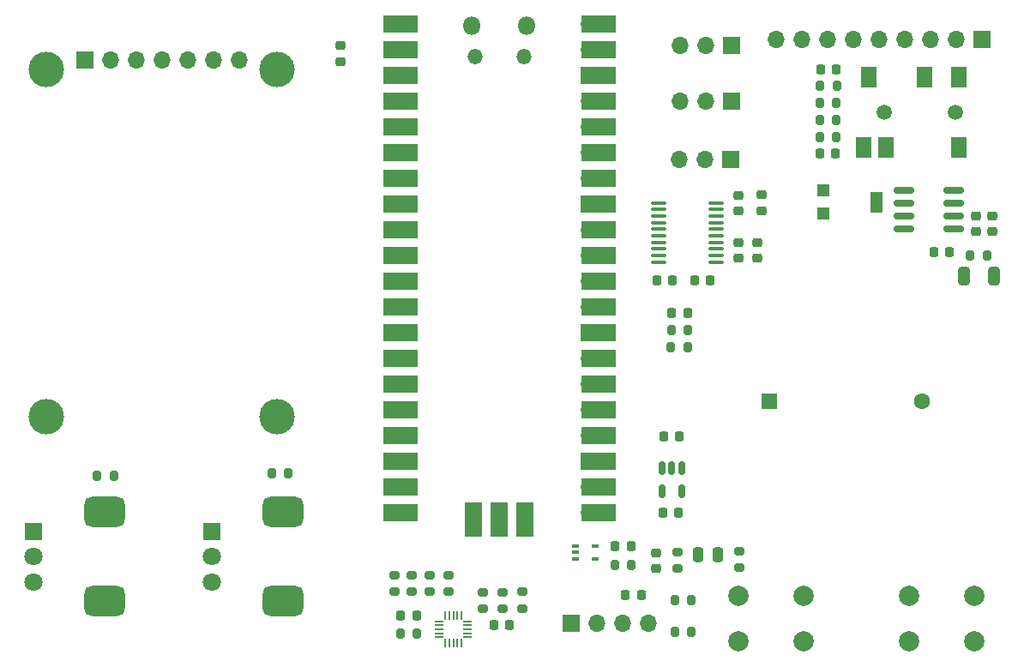
<source format=gbr>
%TF.GenerationSoftware,KiCad,Pcbnew,8.0.4*%
%TF.CreationDate,2024-09-11T13:19:40+01:00*%
%TF.ProjectId,RLab Keyboard,524c6162-204b-4657-9962-6f6172642e6b,rev?*%
%TF.SameCoordinates,Original*%
%TF.FileFunction,Soldermask,Top*%
%TF.FilePolarity,Negative*%
%FSLAX46Y46*%
G04 Gerber Fmt 4.6, Leading zero omitted, Abs format (unit mm)*
G04 Created by KiCad (PCBNEW 8.0.4) date 2024-09-11 13:19:40*
%MOMM*%
%LPD*%
G01*
G04 APERTURE LIST*
G04 Aperture macros list*
%AMRoundRect*
0 Rectangle with rounded corners*
0 $1 Rounding radius*
0 $2 $3 $4 $5 $6 $7 $8 $9 X,Y pos of 4 corners*
0 Add a 4 corners polygon primitive as box body*
4,1,4,$2,$3,$4,$5,$6,$7,$8,$9,$2,$3,0*
0 Add four circle primitives for the rounded corners*
1,1,$1+$1,$2,$3*
1,1,$1+$1,$4,$5*
1,1,$1+$1,$6,$7*
1,1,$1+$1,$8,$9*
0 Add four rect primitives between the rounded corners*
20,1,$1+$1,$2,$3,$4,$5,0*
20,1,$1+$1,$4,$5,$6,$7,0*
20,1,$1+$1,$6,$7,$8,$9,0*
20,1,$1+$1,$8,$9,$2,$3,0*%
%AMFreePoly0*
4,1,14,0.354215,0.088284,0.450784,-0.008285,0.462500,-0.036569,0.462500,-0.060000,0.450784,-0.088284,0.422500,-0.100000,-0.422500,-0.100000,-0.450784,-0.088284,-0.462500,-0.060000,-0.462500,0.060000,-0.450784,0.088284,-0.422500,0.100000,0.325931,0.100000,0.354215,0.088284,0.354215,0.088284,$1*%
%AMFreePoly1*
4,1,14,0.450784,0.088284,0.462500,0.060000,0.462500,0.036569,0.450784,0.008285,0.354215,-0.088284,0.325931,-0.100000,-0.422500,-0.100000,-0.450784,-0.088284,-0.462500,-0.060000,-0.462500,0.060000,-0.450784,0.088284,-0.422500,0.100000,0.422500,0.100000,0.450784,0.088284,0.450784,0.088284,$1*%
%AMFreePoly2*
4,1,14,0.088284,0.450784,0.100000,0.422500,0.100000,-0.422500,0.088284,-0.450784,0.060000,-0.462500,-0.060000,-0.462500,-0.088284,-0.450784,-0.100000,-0.422500,-0.100000,0.325931,-0.088284,0.354215,0.008285,0.450784,0.036569,0.462500,0.060000,0.462500,0.088284,0.450784,0.088284,0.450784,$1*%
%AMFreePoly3*
4,1,14,-0.008285,0.450784,0.088284,0.354215,0.100000,0.325931,0.100000,-0.422500,0.088284,-0.450784,0.060000,-0.462500,-0.060000,-0.462500,-0.088284,-0.450784,-0.100000,-0.422500,-0.100000,0.422500,-0.088284,0.450784,-0.060000,0.462500,-0.036569,0.462500,-0.008285,0.450784,-0.008285,0.450784,$1*%
%AMFreePoly4*
4,1,14,0.450784,0.088284,0.462500,0.060000,0.462500,-0.060000,0.450784,-0.088284,0.422500,-0.100000,-0.325931,-0.100000,-0.354215,-0.088284,-0.450784,0.008285,-0.462500,0.036569,-0.462500,0.060000,-0.450784,0.088284,-0.422500,0.100000,0.422500,0.100000,0.450784,0.088284,0.450784,0.088284,$1*%
%AMFreePoly5*
4,1,14,0.450784,0.088284,0.462500,0.060000,0.462500,-0.060000,0.450784,-0.088284,0.422500,-0.100000,-0.422500,-0.100000,-0.450784,-0.088284,-0.462500,-0.060000,-0.462500,-0.036569,-0.450784,-0.008285,-0.354215,0.088284,-0.325931,0.100000,0.422500,0.100000,0.450784,0.088284,0.450784,0.088284,$1*%
%AMFreePoly6*
4,1,14,0.088284,0.450784,0.100000,0.422500,0.100000,-0.325931,0.088284,-0.354215,-0.008285,-0.450784,-0.036569,-0.462500,-0.060000,-0.462500,-0.088284,-0.450784,-0.100000,-0.422500,-0.100000,0.422500,-0.088284,0.450784,-0.060000,0.462500,0.060000,0.462500,0.088284,0.450784,0.088284,0.450784,$1*%
%AMFreePoly7*
4,1,14,0.088284,0.450784,0.100000,0.422500,0.100000,-0.422500,0.088284,-0.450784,0.060000,-0.462500,0.036569,-0.462500,0.008285,-0.450784,-0.088284,-0.354215,-0.100000,-0.325931,-0.100000,0.422500,-0.088284,0.450784,-0.060000,0.462500,0.060000,0.462500,0.088284,0.450784,0.088284,0.450784,$1*%
G04 Aperture macros list end*
%ADD10O,1.800000X1.800000*%
%ADD11O,1.500000X1.500000*%
%ADD12O,1.700000X1.700000*%
%ADD13R,3.500000X1.700000*%
%ADD14R,1.700000X1.700000*%
%ADD15R,1.700000X3.500000*%
%ADD16RoundRect,0.200000X0.275000X-0.200000X0.275000X0.200000X-0.275000X0.200000X-0.275000X-0.200000X0*%
%ADD17RoundRect,0.150000X-0.150000X0.512500X-0.150000X-0.512500X0.150000X-0.512500X0.150000X0.512500X0*%
%ADD18RoundRect,0.200000X-0.200000X-0.275000X0.200000X-0.275000X0.200000X0.275000X-0.200000X0.275000X0*%
%ADD19RoundRect,0.200000X0.200000X0.275000X-0.200000X0.275000X-0.200000X-0.275000X0.200000X-0.275000X0*%
%ADD20RoundRect,0.225000X0.250000X-0.225000X0.250000X0.225000X-0.250000X0.225000X-0.250000X-0.225000X0*%
%ADD21RoundRect,0.225000X0.225000X0.250000X-0.225000X0.250000X-0.225000X-0.250000X0.225000X-0.250000X0*%
%ADD22RoundRect,0.150000X-0.825000X-0.150000X0.825000X-0.150000X0.825000X0.150000X-0.825000X0.150000X0*%
%ADD23RoundRect,0.225000X-0.250000X0.225000X-0.250000X-0.225000X0.250000X-0.225000X0.250000X0.225000X0*%
%ADD24RoundRect,0.225000X-0.225000X-0.250000X0.225000X-0.250000X0.225000X0.250000X-0.225000X0.250000X0*%
%ADD25C,2.000000*%
%ADD26R,1.800000X1.800000*%
%ADD27C,1.800000*%
%ADD28RoundRect,0.750000X-1.250000X-0.750000X1.250000X-0.750000X1.250000X0.750000X-1.250000X0.750000X0*%
%ADD29RoundRect,0.200000X-0.275000X0.200000X-0.275000X-0.200000X0.275000X-0.200000X0.275000X0.200000X0*%
%ADD30R,1.300000X1.300000*%
%ADD31R,1.300000X2.000000*%
%ADD32RoundRect,0.250000X0.250000X0.475000X-0.250000X0.475000X-0.250000X-0.475000X0.250000X-0.475000X0*%
%ADD33RoundRect,0.100000X0.637500X0.100000X-0.637500X0.100000X-0.637500X-0.100000X0.637500X-0.100000X0*%
%ADD34RoundRect,0.100000X-0.225000X-0.100000X0.225000X-0.100000X0.225000X0.100000X-0.225000X0.100000X0*%
%ADD35C,1.500000*%
%ADD36R,1.500000X2.000000*%
%ADD37R,1.600000X1.600000*%
%ADD38C,1.600000*%
%ADD39RoundRect,0.250000X0.325000X0.650000X-0.325000X0.650000X-0.325000X-0.650000X0.325000X-0.650000X0*%
%ADD40C,3.500000*%
%ADD41FreePoly0,270.000000*%
%ADD42RoundRect,0.050000X-0.050000X0.412500X-0.050000X-0.412500X0.050000X-0.412500X0.050000X0.412500X0*%
%ADD43FreePoly1,270.000000*%
%ADD44FreePoly2,270.000000*%
%ADD45RoundRect,0.050000X-0.412500X0.050000X-0.412500X-0.050000X0.412500X-0.050000X0.412500X0.050000X0*%
%ADD46FreePoly3,270.000000*%
%ADD47FreePoly4,270.000000*%
%ADD48FreePoly5,270.000000*%
%ADD49FreePoly6,270.000000*%
%ADD50FreePoly7,270.000000*%
G04 APERTURE END LIST*
D10*
%TO.C,A1*%
X147275000Y-52000000D03*
D11*
X147575000Y-55030000D03*
X152425000Y-55030000D03*
D10*
X152725000Y-52000000D03*
D12*
X141110000Y-51870000D03*
D13*
X140210000Y-51870000D03*
D12*
X141110000Y-54410000D03*
D13*
X140210000Y-54410000D03*
D14*
X141110000Y-56950000D03*
D13*
X140210000Y-56950000D03*
D12*
X141110000Y-59490000D03*
D13*
X140210000Y-59490000D03*
D12*
X141110000Y-62030000D03*
D13*
X140210000Y-62030000D03*
D12*
X141110000Y-64570000D03*
D13*
X140210000Y-64570000D03*
D12*
X141110000Y-67110000D03*
D13*
X140210000Y-67110000D03*
D14*
X141110000Y-69650000D03*
D13*
X140210000Y-69650000D03*
D12*
X141110000Y-72190000D03*
D13*
X140210000Y-72190000D03*
D12*
X141110000Y-74730000D03*
D13*
X140210000Y-74730000D03*
D12*
X141110000Y-77270000D03*
D13*
X140210000Y-77270000D03*
D12*
X141110000Y-79810000D03*
D13*
X140210000Y-79810000D03*
D14*
X141110000Y-82350000D03*
D13*
X140210000Y-82350000D03*
D12*
X141110000Y-84890000D03*
D13*
X140210000Y-84890000D03*
D12*
X141110000Y-87430000D03*
D13*
X140210000Y-87430000D03*
D12*
X141110000Y-89970000D03*
D13*
X140210000Y-89970000D03*
D12*
X141110000Y-92510000D03*
D13*
X140210000Y-92510000D03*
D14*
X141110000Y-95050000D03*
D13*
X140210000Y-95050000D03*
D12*
X141110000Y-97590000D03*
D13*
X140210000Y-97590000D03*
D12*
X141110000Y-100130000D03*
D13*
X140210000Y-100130000D03*
D12*
X158890000Y-100130000D03*
D13*
X159790000Y-100130000D03*
D12*
X158890000Y-97590000D03*
D13*
X159790000Y-97590000D03*
D14*
X158890000Y-95050000D03*
D13*
X159790000Y-95050000D03*
D12*
X158890000Y-92510000D03*
D13*
X159790000Y-92510000D03*
D12*
X158890000Y-89970000D03*
D13*
X159790000Y-89970000D03*
D12*
X158890000Y-87430000D03*
D13*
X159790000Y-87430000D03*
D12*
X158890000Y-84890000D03*
D13*
X159790000Y-84890000D03*
D14*
X158890000Y-82350000D03*
D13*
X159790000Y-82350000D03*
D12*
X158890000Y-79810000D03*
D13*
X159790000Y-79810000D03*
D12*
X158890000Y-77270000D03*
D13*
X159790000Y-77270000D03*
D12*
X158890000Y-74730000D03*
D13*
X159790000Y-74730000D03*
D12*
X158890000Y-72190000D03*
D13*
X159790000Y-72190000D03*
D14*
X158890000Y-69650000D03*
D13*
X159790000Y-69650000D03*
D12*
X158890000Y-67110000D03*
D13*
X159790000Y-67110000D03*
D12*
X158890000Y-64570000D03*
D13*
X159790000Y-64570000D03*
D12*
X158890000Y-62030000D03*
D13*
X159790000Y-62030000D03*
D12*
X158890000Y-59490000D03*
D13*
X159790000Y-59490000D03*
D14*
X158890000Y-56950000D03*
D13*
X159790000Y-56950000D03*
D12*
X158890000Y-54410000D03*
D13*
X159790000Y-54410000D03*
D12*
X158890000Y-51870000D03*
D13*
X159790000Y-51870000D03*
D12*
X147460000Y-99900000D03*
D15*
X147460000Y-100800000D03*
D14*
X150000000Y-99900000D03*
D15*
X150000000Y-100800000D03*
D12*
X152540000Y-99900000D03*
D15*
X152540000Y-100800000D03*
%TD*%
D16*
%TO.C,R4*%
X143160000Y-107925000D03*
X143160000Y-106275000D03*
%TD*%
D17*
%TO.C,U2*%
X167970000Y-95690000D03*
X167020000Y-95690000D03*
X166070000Y-95690000D03*
X166070000Y-97965000D03*
X167970000Y-97965000D03*
%TD*%
D18*
%TO.C,R21*%
X181645000Y-57970000D03*
X183295000Y-57970000D03*
%TD*%
D19*
%TO.C,R8*%
X141875000Y-112020000D03*
X140225000Y-112020000D03*
%TD*%
D14*
%TO.C,J19*%
X197630000Y-53350000D03*
D12*
X195090000Y-53350000D03*
X192550000Y-53350000D03*
X190010000Y-53350000D03*
X187470000Y-53350000D03*
X184930000Y-53350000D03*
X182390000Y-53350000D03*
X179850000Y-53350000D03*
X177310000Y-53350000D03*
%TD*%
D16*
%TO.C,R2*%
X148407500Y-109610000D03*
X148407500Y-107960000D03*
%TD*%
D20*
%TO.C,C7*%
X165460000Y-105610000D03*
X165460000Y-104060000D03*
%TD*%
D21*
%TO.C,C1*%
X141815000Y-110310000D03*
X140265000Y-110310000D03*
%TD*%
D22*
%TO.C,U5*%
X189910000Y-68280000D03*
X189910000Y-69550000D03*
X189910000Y-70820000D03*
X189910000Y-72090000D03*
X194860000Y-72090000D03*
X194860000Y-70820000D03*
X194860000Y-69550000D03*
X194860000Y-68280000D03*
%TD*%
D23*
%TO.C,C21*%
X198670000Y-70780000D03*
X198670000Y-72330000D03*
%TD*%
D24*
%TO.C,C10*%
X169250000Y-77185000D03*
X170800000Y-77185000D03*
%TD*%
D16*
%TO.C,R3*%
X141370000Y-107905000D03*
X141370000Y-106255000D03*
%TD*%
D25*
%TO.C,SW1*%
X173570000Y-108280000D03*
X180070000Y-108280000D03*
X173570000Y-112780000D03*
X180070000Y-112780000D03*
%TD*%
D26*
%TO.C,RV2*%
X121630000Y-101940000D03*
D27*
X121630000Y-104440000D03*
X121630000Y-106940000D03*
D28*
X128630000Y-100040000D03*
X128630000Y-108840000D03*
%TD*%
D29*
%TO.C,R14*%
X167580000Y-103970000D03*
X167580000Y-105620000D03*
%TD*%
D18*
%TO.C,R22*%
X196475000Y-74670000D03*
X198125000Y-74670000D03*
%TD*%
D21*
%TO.C,C16*%
X194445000Y-74330000D03*
X192895000Y-74330000D03*
%TD*%
D30*
%TO.C,RV3*%
X182020000Y-70590000D03*
D31*
X187220000Y-69440000D03*
D30*
X182020000Y-68290000D03*
%TD*%
D32*
%TO.C,C8*%
X171540000Y-104230000D03*
X169640000Y-104230000D03*
%TD*%
D29*
%TO.C,R17*%
X173670000Y-103915000D03*
X173670000Y-105565000D03*
%TD*%
D16*
%TO.C,R10*%
X152257500Y-109590000D03*
X152257500Y-107940000D03*
%TD*%
D18*
%TO.C,R11*%
X167325000Y-111920000D03*
X168975000Y-111920000D03*
%TD*%
D23*
%TO.C,C6*%
X134330000Y-53995000D03*
X134330000Y-55545000D03*
%TD*%
D21*
%TO.C,C5*%
X164015000Y-108200000D03*
X162465000Y-108200000D03*
%TD*%
D24*
%TO.C,C19*%
X181705000Y-56330000D03*
X183255000Y-56330000D03*
%TD*%
%TO.C,C17*%
X167015000Y-80400000D03*
X168565000Y-80400000D03*
%TD*%
D33*
%TO.C,U4*%
X171410000Y-75360000D03*
X171410000Y-74710000D03*
X171410000Y-74060000D03*
X171410000Y-73410000D03*
X171410000Y-72760000D03*
X171410000Y-72110000D03*
X171410000Y-71460000D03*
X171410000Y-70810000D03*
X171410000Y-70160000D03*
X171410000Y-69510000D03*
X165685000Y-69510000D03*
X165685000Y-70160000D03*
X165685000Y-70810000D03*
X165685000Y-71460000D03*
X165685000Y-72110000D03*
X165685000Y-72760000D03*
X165685000Y-73410000D03*
X165685000Y-74060000D03*
X165685000Y-74710000D03*
X165685000Y-75360000D03*
%TD*%
D16*
%TO.C,R6*%
X139610000Y-107925000D03*
X139610000Y-106275000D03*
%TD*%
D18*
%TO.C,R20*%
X181625000Y-62990000D03*
X183275000Y-62990000D03*
%TD*%
D19*
%TO.C,R1*%
X111945000Y-96440000D03*
X110295000Y-96440000D03*
%TD*%
D34*
%TO.C,U3*%
X157550000Y-103380000D03*
X157550000Y-104030000D03*
X157550000Y-104680000D03*
X159450000Y-104680000D03*
X159450000Y-103380000D03*
%TD*%
D35*
%TO.C,J16*%
X195000000Y-60580000D03*
X188000000Y-60580000D03*
D36*
X195400000Y-57080000D03*
X195400000Y-64080000D03*
X192000000Y-57080000D03*
X188200000Y-64080000D03*
X186500000Y-57080000D03*
X186000000Y-64080000D03*
%TD*%
D24*
%TO.C,C2*%
X149482500Y-111205000D03*
X151032500Y-111205000D03*
%TD*%
D25*
%TO.C,SW2*%
X190410000Y-108280000D03*
X196910000Y-108280000D03*
X190410000Y-112780000D03*
X196910000Y-112780000D03*
%TD*%
D14*
%TO.C,J17*%
X172930000Y-53960000D03*
D12*
X170390000Y-53960000D03*
X167850000Y-53960000D03*
%TD*%
D26*
%TO.C,RV1*%
X104010000Y-101940000D03*
D27*
X104010000Y-104440000D03*
X104010000Y-106940000D03*
D28*
X111010000Y-100040000D03*
X111010000Y-108840000D03*
%TD*%
D18*
%TO.C,R18*%
X181635000Y-59630000D03*
X183285000Y-59630000D03*
%TD*%
D24*
%TO.C,C3*%
X166205000Y-92560000D03*
X167755000Y-92560000D03*
%TD*%
D14*
%TO.C,J15*%
X172915000Y-59435000D03*
D12*
X170375000Y-59435000D03*
X167835000Y-59435000D03*
%TD*%
D20*
%TO.C,C22*%
X197060000Y-72325000D03*
X197060000Y-70775000D03*
%TD*%
D24*
%TO.C,C4*%
X166145000Y-100070000D03*
X167695000Y-100070000D03*
%TD*%
D37*
%TO.C,LS1*%
X176680000Y-89100000D03*
D38*
X191680000Y-89100000D03*
%TD*%
D19*
%TO.C,R15*%
X168595000Y-83780000D03*
X166945000Y-83780000D03*
%TD*%
D39*
%TO.C,C18*%
X198835000Y-76760000D03*
X195885000Y-76760000D03*
%TD*%
D14*
%TO.C,J13*%
X157100000Y-111010000D03*
D12*
X159640000Y-111010000D03*
X162180000Y-111010000D03*
X164720000Y-111010000D03*
%TD*%
D23*
%TO.C,C15*%
X173635000Y-73410000D03*
X173635000Y-74960000D03*
%TD*%
D40*
%TO.C,J14*%
X105300000Y-56370000D03*
X105300000Y-90590000D03*
D14*
X109070000Y-55370000D03*
D40*
X128080000Y-56370000D03*
X128080000Y-90590000D03*
D12*
X111610000Y-55370000D03*
X114150000Y-55370000D03*
X116690000Y-55370000D03*
X119230000Y-55370000D03*
X121770000Y-55370000D03*
X124310000Y-55370000D03*
%TD*%
D41*
%TO.C,U1*%
X146257500Y-110237500D03*
D42*
X145857500Y-110237500D03*
X145457500Y-110237500D03*
X145057500Y-110237500D03*
D43*
X144657500Y-110237500D03*
D44*
X144070000Y-110825000D03*
D45*
X144070000Y-111225000D03*
X144070000Y-111625000D03*
X144070000Y-112025000D03*
D46*
X144070000Y-112425000D03*
D47*
X144657500Y-113012500D03*
D42*
X145057500Y-113012500D03*
X145457500Y-113012500D03*
X145857500Y-113012500D03*
D48*
X146257500Y-113012500D03*
D49*
X146845000Y-112425000D03*
D45*
X146845000Y-112025000D03*
X146845000Y-111625000D03*
X146845000Y-111225000D03*
D50*
X146845000Y-110825000D03*
%TD*%
D23*
%TO.C,C13*%
X173630000Y-68745000D03*
X173630000Y-70295000D03*
%TD*%
D16*
%TO.C,R7*%
X150307500Y-109595000D03*
X150307500Y-107945000D03*
%TD*%
D24*
%TO.C,C20*%
X181650000Y-64660000D03*
X183200000Y-64660000D03*
%TD*%
D18*
%TO.C,R19*%
X181630000Y-61330000D03*
X183280000Y-61330000D03*
%TD*%
D14*
%TO.C,J18*%
X172870000Y-65200000D03*
D12*
X170330000Y-65200000D03*
X167790000Y-65200000D03*
%TD*%
D18*
%TO.C,R16*%
X166955000Y-82090000D03*
X168605000Y-82090000D03*
%TD*%
D23*
%TO.C,C12*%
X175920000Y-68715000D03*
X175920000Y-70265000D03*
%TD*%
D18*
%TO.C,R12*%
X167305000Y-108780000D03*
X168955000Y-108780000D03*
%TD*%
D19*
%TO.C,R13*%
X163025000Y-105300000D03*
X161375000Y-105300000D03*
%TD*%
D16*
%TO.C,R5*%
X144960000Y-107920000D03*
X144960000Y-106270000D03*
%TD*%
D20*
%TO.C,C14*%
X175455000Y-74980000D03*
X175455000Y-73430000D03*
%TD*%
D21*
%TO.C,C11*%
X162995000Y-103370000D03*
X161445000Y-103370000D03*
%TD*%
D19*
%TO.C,R9*%
X129175000Y-96190000D03*
X127525000Y-96190000D03*
%TD*%
D21*
%TO.C,C9*%
X167120000Y-77205000D03*
X165570000Y-77205000D03*
%TD*%
M02*

</source>
